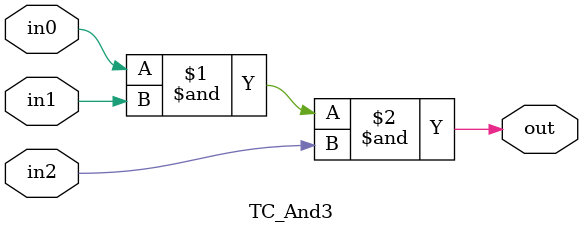
<source format=v>
module TC_And3(in0, in1, in2, out);
    parameter UUID = 0;
    parameter NAME = "";
    parameter BIT_WIDTH = 1;
    input [BIT_WIDTH-1:0] in0;
    input [BIT_WIDTH-1:0] in1;
    input [BIT_WIDTH-1:0] in2;
    output [BIT_WIDTH-1:0] out;
    
    assign out = in0 & in1 & in2;
endmodule


</source>
